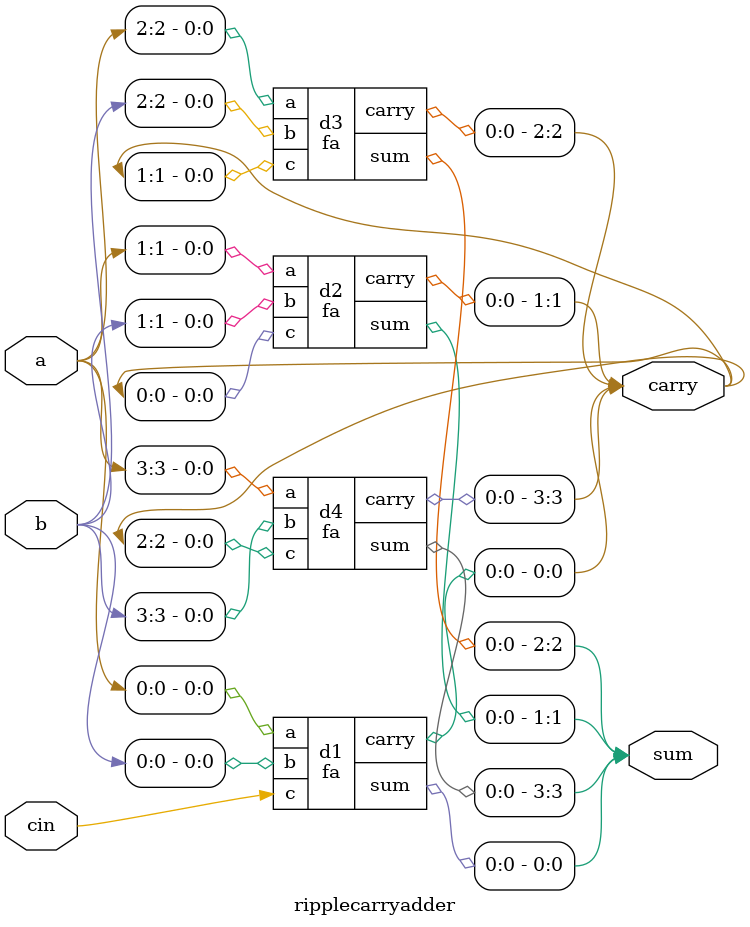
<source format=sv>
module fa(a,b,c,sum,carry);
  input a,b,c;
  output reg sum,carry;
  always @(*) begin
    sum=a^b^c;
    carry=(a&b)|(b&c)|(c&a);
  end
endmodule
module ripplecarryadder(a,b,cin, sum,carry);
  input [3:0]a,b;
  input cin;
  output reg [3:0]sum,carry;
  fa d1(a[0],b[0],cin,sum[0],carry[0]);
  fa d2(a[1],b[1],carry[0],sum[1],carry[1]);
  fa d3(a[2],b[2],carry[1],sum[2],carry[2]);
  fa d4(a[3],b[3],carry[2],sum[3],carry[3]);
endmodule 

</source>
